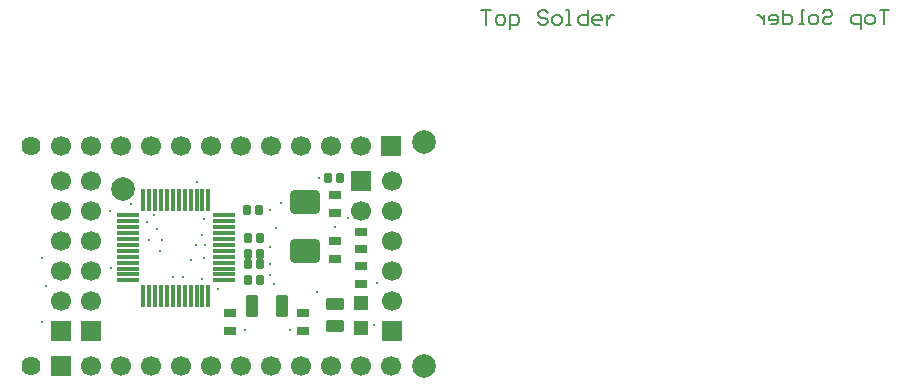
<source format=gts>
G04*
G04 #@! TF.GenerationSoftware,Altium Limited,Altium Designer,24.3.1 (35)*
G04*
G04 Layer_Color=8388736*
%FSLAX44Y44*%
%MOMM*%
G71*
G04*
G04 #@! TF.SameCoordinates,254911FF-814D-4673-B187-D90DD251410E*
G04*
G04*
G04 #@! TF.FilePolarity,Negative*
G04*
G01*
G75*
%ADD15C,0.1500*%
G04:AMPARAMS|DCode=25|XSize=0.8mm|YSize=0.7mm|CornerRadius=0.125mm|HoleSize=0mm|Usage=FLASHONLY|Rotation=270.000|XOffset=0mm|YOffset=0mm|HoleType=Round|Shape=RoundedRectangle|*
%AMROUNDEDRECTD25*
21,1,0.8000,0.4500,0,0,270.0*
21,1,0.5500,0.7000,0,0,270.0*
1,1,0.2500,-0.2250,-0.2750*
1,1,0.2500,-0.2250,0.2750*
1,1,0.2500,0.2250,0.2750*
1,1,0.2500,0.2250,-0.2750*
%
%ADD25ROUNDEDRECTD25*%
%ADD26R,1.3000X1.2000*%
G04:AMPARAMS|DCode=27|XSize=1.5mm|YSize=1.05mm|CornerRadius=0.1688mm|HoleSize=0mm|Usage=FLASHONLY|Rotation=0.000|XOffset=0mm|YOffset=0mm|HoleType=Round|Shape=RoundedRectangle|*
%AMROUNDEDRECTD27*
21,1,1.5000,0.7125,0,0,0.0*
21,1,1.1625,1.0500,0,0,0.0*
1,1,0.3375,0.5813,-0.3563*
1,1,0.3375,-0.5813,-0.3563*
1,1,0.3375,-0.5813,0.3563*
1,1,0.3375,0.5813,0.3563*
%
%ADD27ROUNDEDRECTD27*%
G04:AMPARAMS|DCode=28|XSize=1.1mm|YSize=0.7mm|CornerRadius=0.125mm|HoleSize=0mm|Usage=FLASHONLY|Rotation=0.000|XOffset=0mm|YOffset=0mm|HoleType=Round|Shape=RoundedRectangle|*
%AMROUNDEDRECTD28*
21,1,1.1000,0.4500,0,0,0.0*
21,1,0.8500,0.7000,0,0,0.0*
1,1,0.2500,0.4250,-0.2250*
1,1,0.2500,-0.4250,-0.2250*
1,1,0.2500,-0.4250,0.2250*
1,1,0.2500,0.4250,0.2250*
%
%ADD28ROUNDEDRECTD28*%
G04:AMPARAMS|DCode=29|XSize=2.5mm|YSize=2mm|CornerRadius=0.2875mm|HoleSize=0mm|Usage=FLASHONLY|Rotation=180.000|XOffset=0mm|YOffset=0mm|HoleType=Round|Shape=RoundedRectangle|*
%AMROUNDEDRECTD29*
21,1,2.5000,1.4250,0,0,180.0*
21,1,1.9250,2.0000,0,0,180.0*
1,1,0.5750,-0.9625,0.7125*
1,1,0.5750,0.9625,0.7125*
1,1,0.5750,0.9625,-0.7125*
1,1,0.5750,-0.9625,-0.7125*
%
%ADD29ROUNDEDRECTD29*%
%ADD30C,2.0000*%
G04:AMPARAMS|DCode=31|XSize=1.1mm|YSize=1.9mm|CornerRadius=0.175mm|HoleSize=0mm|Usage=FLASHONLY|Rotation=180.000|XOffset=0mm|YOffset=0mm|HoleType=Round|Shape=RoundedRectangle|*
%AMROUNDEDRECTD31*
21,1,1.1000,1.5500,0,0,180.0*
21,1,0.7500,1.9000,0,0,180.0*
1,1,0.3500,-0.3750,0.7750*
1,1,0.3500,0.3750,0.7750*
1,1,0.3500,0.3750,-0.7750*
1,1,0.3500,-0.3750,-0.7750*
%
%ADD31ROUNDEDRECTD31*%
G04:AMPARAMS|DCode=32|XSize=0.3816mm|YSize=1.9016mm|CornerRadius=0.0858mm|HoleSize=0mm|Usage=FLASHONLY|Rotation=270.000|XOffset=0mm|YOffset=0mm|HoleType=Round|Shape=RoundedRectangle|*
%AMROUNDEDRECTD32*
21,1,0.3816,1.7300,0,0,270.0*
21,1,0.2100,1.9016,0,0,270.0*
1,1,0.1716,-0.8650,-0.1050*
1,1,0.1716,-0.8650,0.1050*
1,1,0.1716,0.8650,0.1050*
1,1,0.1716,0.8650,-0.1050*
%
%ADD32ROUNDEDRECTD32*%
G04:AMPARAMS|DCode=33|XSize=0.3816mm|YSize=1.9016mm|CornerRadius=0.0858mm|HoleSize=0mm|Usage=FLASHONLY|Rotation=180.000|XOffset=0mm|YOffset=0mm|HoleType=Round|Shape=RoundedRectangle|*
%AMROUNDEDRECTD33*
21,1,0.3816,1.7300,0,0,180.0*
21,1,0.2100,1.9016,0,0,180.0*
1,1,0.1716,-0.1050,0.8650*
1,1,0.1716,0.1050,0.8650*
1,1,0.1716,0.1050,-0.8650*
1,1,0.1716,-0.1050,-0.8650*
%
%ADD33ROUNDEDRECTD33*%
%ADD34C,1.7000*%
%ADD35R,1.7000X1.7000*%
%ADD36R,1.7000X1.7000*%
%ADD37C,1.6240*%
%ADD38C,0.3000*%
D15*
X398750Y326996D02*
X406747D01*
X402748D01*
Y315000D01*
X412745D02*
X416744D01*
X418743Y316999D01*
Y320998D01*
X416744Y322998D01*
X412745D01*
X410746Y320998D01*
Y316999D01*
X412745Y315000D01*
X422742Y311001D02*
Y322998D01*
X428740D01*
X430740Y320998D01*
Y316999D01*
X428740Y315000D01*
X422742D01*
X454732Y324997D02*
X452732Y326996D01*
X448734D01*
X446734Y324997D01*
Y322998D01*
X448734Y320998D01*
X452732D01*
X454732Y318999D01*
Y316999D01*
X452732Y315000D01*
X448734D01*
X446734Y316999D01*
X460730Y315000D02*
X464729D01*
X466728Y316999D01*
Y320998D01*
X464729Y322998D01*
X460730D01*
X458730Y320998D01*
Y316999D01*
X460730Y315000D01*
X470727D02*
X474725D01*
X472726D01*
Y326996D01*
X470727D01*
X488721D02*
Y315000D01*
X482723D01*
X480723Y316999D01*
Y320998D01*
X482723Y322998D01*
X488721D01*
X498717Y315000D02*
X494719D01*
X492719Y316999D01*
Y320998D01*
X494719Y322998D01*
X498717D01*
X500717Y320998D01*
Y318999D01*
X492719D01*
X504715Y322998D02*
Y315000D01*
Y318999D01*
X506715Y320998D01*
X508714Y322998D01*
X510714D01*
X743750Y327246D02*
X735752D01*
X739751D01*
Y315250D01*
X729754D02*
X725756D01*
X723756Y317250D01*
Y321248D01*
X725756Y323247D01*
X729754D01*
X731754Y321248D01*
Y317250D01*
X729754Y315250D01*
X719758Y311251D02*
Y323247D01*
X713760D01*
X711760Y321248D01*
Y317250D01*
X713760Y315250D01*
X719758D01*
X687768Y325247D02*
X689767Y327246D01*
X693766D01*
X695765Y325247D01*
Y323247D01*
X693766Y321248D01*
X689767D01*
X687768Y319249D01*
Y317250D01*
X689767Y315250D01*
X693766D01*
X695765Y317250D01*
X681770Y315250D02*
X677771D01*
X675772Y317250D01*
Y321248D01*
X677771Y323247D01*
X681770D01*
X683769Y321248D01*
Y317250D01*
X681770Y315250D01*
X671773D02*
X667774D01*
X669774D01*
Y327246D01*
X671773D01*
X653779D02*
Y315250D01*
X659777D01*
X661776Y317250D01*
Y321248D01*
X659777Y323247D01*
X653779D01*
X643782Y315250D02*
X647781D01*
X649780Y317250D01*
Y321248D01*
X647781Y323247D01*
X643782D01*
X641783Y321248D01*
Y319249D01*
X649780D01*
X637784Y323247D02*
Y315250D01*
Y319249D01*
X635785Y321248D01*
X633785Y323247D01*
X631786D01*
D25*
X269000Y185000D02*
D03*
X279000D02*
D03*
X211000Y99000D02*
D03*
X201000D02*
D03*
X211000Y134000D02*
D03*
X201000D02*
D03*
X211000Y112000D02*
D03*
X201000D02*
D03*
X211000Y121000D02*
D03*
X201000D02*
D03*
X200000Y158000D02*
D03*
X210000D02*
D03*
D26*
X297000Y58500D02*
D03*
Y79500D02*
D03*
D27*
X275000Y78500D02*
D03*
Y59500D02*
D03*
D28*
Y170500D02*
D03*
Y155500D02*
D03*
Y131500D02*
D03*
Y116500D02*
D03*
X248000Y55500D02*
D03*
Y70500D02*
D03*
X186000D02*
D03*
Y55500D02*
D03*
X297000Y124800D02*
D03*
Y139800D02*
D03*
Y110800D02*
D03*
Y95800D02*
D03*
D29*
X249000Y164500D02*
D03*
Y123500D02*
D03*
D30*
X95000Y176000D02*
D03*
X350000Y216000D02*
D03*
Y26000D02*
D03*
D31*
X229500Y77000D02*
D03*
X204500D02*
D03*
D32*
X180500Y98500D02*
D03*
Y103500D02*
D03*
Y108500D02*
D03*
Y113500D02*
D03*
Y118500D02*
D03*
Y123500D02*
D03*
Y128500D02*
D03*
Y133500D02*
D03*
Y138500D02*
D03*
Y143500D02*
D03*
Y148500D02*
D03*
Y153500D02*
D03*
X99500D02*
D03*
Y148500D02*
D03*
Y143500D02*
D03*
Y138500D02*
D03*
Y133500D02*
D03*
Y128500D02*
D03*
Y123500D02*
D03*
Y118500D02*
D03*
Y113500D02*
D03*
Y108500D02*
D03*
Y103500D02*
D03*
Y98500D02*
D03*
D33*
X167500Y166500D02*
D03*
X162500D02*
D03*
X157500D02*
D03*
X152500D02*
D03*
X147500D02*
D03*
X142500D02*
D03*
X137500D02*
D03*
X132500D02*
D03*
X127500D02*
D03*
X122500D02*
D03*
X117500D02*
D03*
X112500D02*
D03*
Y85500D02*
D03*
X117500D02*
D03*
X122500D02*
D03*
X127500D02*
D03*
X132500D02*
D03*
X137500Y85500D02*
D03*
X142500D02*
D03*
X147500D02*
D03*
X152500Y85500D02*
D03*
X157500D02*
D03*
X162500D02*
D03*
X167500D02*
D03*
D34*
X297000Y157200D02*
D03*
X68400Y131800D02*
D03*
Y81000D02*
D03*
Y106400D02*
D03*
Y157200D02*
D03*
Y182600D02*
D03*
X43000Y131800D02*
D03*
Y81000D02*
D03*
Y106400D02*
D03*
Y157200D02*
D03*
Y182600D02*
D03*
X322400Y26200D02*
D03*
X297000D02*
D03*
X271600D02*
D03*
X220800D02*
D03*
X195400D02*
D03*
X144600D02*
D03*
X93800D02*
D03*
X68400D02*
D03*
X119200D02*
D03*
X170000D02*
D03*
X246200D02*
D03*
X323400Y131800D02*
D03*
Y81000D02*
D03*
Y106400D02*
D03*
Y157200D02*
D03*
Y182600D02*
D03*
X43000Y212000D02*
D03*
X68400D02*
D03*
X93800D02*
D03*
X144600D02*
D03*
X170000D02*
D03*
X220800D02*
D03*
X271600D02*
D03*
X297000D02*
D03*
X246200D02*
D03*
X195400D02*
D03*
X119200D02*
D03*
D35*
X297000Y182600D02*
D03*
X68400Y55600D02*
D03*
X43000D02*
D03*
X323400D02*
D03*
D36*
X43000Y26200D02*
D03*
X322400Y212000D02*
D03*
D37*
X17600Y26200D02*
D03*
Y212000D02*
D03*
D38*
X261000Y185000D02*
D03*
X26985Y117005D02*
D03*
X157500Y181864D02*
D03*
X126191Y123485D02*
D03*
X26485Y63600D02*
D03*
X30300Y93549D02*
D03*
X128331Y133051D02*
D03*
X117500Y132819D02*
D03*
X152500Y115800D02*
D03*
X157210Y128519D02*
D03*
X146202Y101538D02*
D03*
X137500D02*
D03*
X85000Y109000D02*
D03*
X163797Y117158D02*
D03*
X308000Y61000D02*
D03*
X222753Y94999D02*
D03*
X219700Y102700D02*
D03*
X224450Y142450D02*
D03*
X259504Y88215D02*
D03*
X310438Y96450D02*
D03*
X285854Y151542D02*
D03*
X162100Y99900D02*
D03*
X163797Y150258D02*
D03*
X162137Y136931D02*
D03*
X198767Y56452D02*
D03*
X236496Y56375D02*
D03*
X102000Y163000D02*
D03*
X83850Y157626D02*
D03*
X175500Y91250D02*
D03*
X115975Y147811D02*
D03*
X123712Y142183D02*
D03*
X164850Y128500D02*
D03*
X121725Y153811D02*
D03*
X275000Y144000D02*
D03*
X219700Y112700D02*
D03*
Y158000D02*
D03*
X228700Y163750D02*
D03*
X219700Y127000D02*
D03*
M02*

</source>
